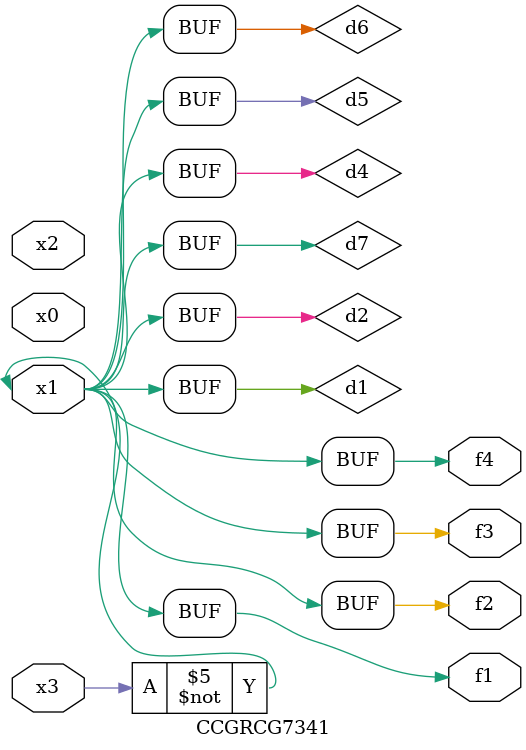
<source format=v>
module CCGRCG7341(
	input x0, x1, x2, x3,
	output f1, f2, f3, f4
);

	wire d1, d2, d3, d4, d5, d6, d7;

	not (d1, x3);
	buf (d2, x1);
	xnor (d3, d1, d2);
	nor (d4, d1);
	buf (d5, d1, d2);
	buf (d6, d4, d5);
	nand (d7, d4);
	assign f1 = d6;
	assign f2 = d7;
	assign f3 = d6;
	assign f4 = d6;
endmodule

</source>
